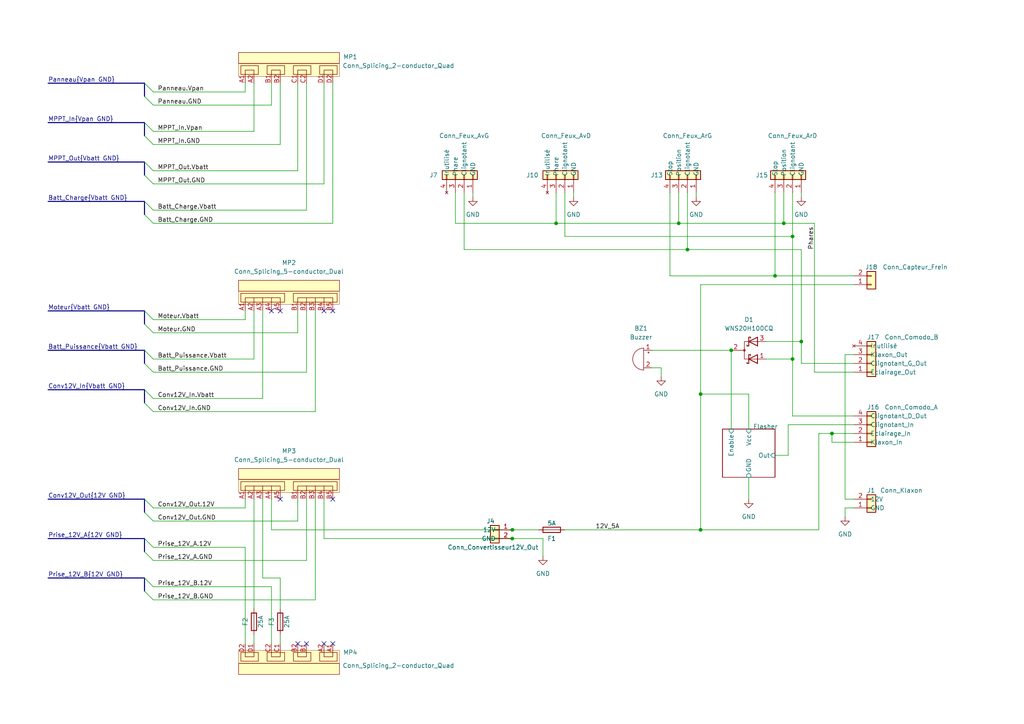
<source format=kicad_sch>
(kicad_sch (version 20211123) (generator eeschema)
  (paper "A4")
  (title_block (title "Boitier électrique vhéliotech") (date "2025-01-08") (company "Vélo solaire pour tous") (comment 1 "Licence CERN-OHL-S version 2"))
  (lib_symbols
    (symbol "Conn_Feux_Arriere_1" (pin_names (offset 1.016))
      (property "Reference" "J" (at 0 5.08 0))
      (property "Value" "Conn_Feux_Arriere_1" (at 0 -7.62 0))
      (symbol "Conn_Feux_Arriere_1_1_1"
        (rectangle (start -1.27 -4.953) (end 0 -5.207) (stroke (width 0.1524)))
        (rectangle (start -1.27 -2.413) (end 0 -2.667) (stroke (width 0.1524)))
        (rectangle (start -1.27 0.127) (end 0 -0.127) (stroke (width 0.1524)))
        (rectangle (start -1.27 2.667) (end 0 2.413) (stroke (width 0.1524)))
        (rectangle (start -1.27 3.81) (end 1.27 -6.35) (stroke (width 0.254)) (fill (type background)))
        (pin power_in line (at -5.08 2.54 0) (length 3.81) (name "GND") (number "1"))
        (pin passive line (at -5.08 0 0) (length 3.81) (name "Clignotant") (number "2"))
        (pin passive line (at -5.08 -2.54 0) (length 3.81) (name "Position") (number "3"))
        (pin passive line (at -5.08 -5.08 0) (length 3.81) (name "Stop") (number "4"))
      )
    )
    (symbol "Conn_Feux_Avant_1" (pin_names (offset 1.016))
      (property "Reference" "J" (at 0 5.08 0))
      (property "Value" "Conn_Feux_Avant_1" (at 0 -7.62 0))
      (symbol "Conn_Feux_Avant_1_1_1"
        (rectangle (start -1.27 -4.953) (end 0 -5.207) (stroke (width 0.1524)))
        (rectangle (start -1.27 -2.413) (end 0 -2.667) (stroke (width 0.1524)))
        (rectangle (start -1.27 0.127) (end 0 -0.127) (stroke (width 0.1524)))
        (rectangle (start -1.27 2.667) (end 0 2.413) (stroke (width 0.1524)))
        (rectangle (start -1.27 3.81) (end 1.27 -6.35) (stroke (width 0.254)) (fill (type background)))
        (pin power_in line (at -5.08 2.54 0) (length 3.81) (name "GND") (number "1"))
        (pin passive line (at -5.08 0 0) (length 3.81) (name "Clignotant") (number "2"))
        (pin passive line (at -5.08 -2.54 0) (length 3.81) (name "Phare") (number "3"))
        (pin no_connect line (at -5.08 -5.08 0) (length 3.81) (name "Inutilisé") (number "4"))
      )
    )
    (symbol "Connector_Generic:Conn_01x02" (pin_names (offset 1.016) hide)
      (property "Reference" "J" (at 0 2.54 0))
      (property "Value" "Conn_01x02" (at 0 -5.08 0))
      (symbol "Conn_01x02_1_1"
        (rectangle (start -1.27 -2.413) (end 0 -2.667) (stroke (width 0.1524)))
        (rectangle (start -1.27 0.127) (end 0 -0.127) (stroke (width 0.1524)))
        (rectangle (start -1.27 1.27) (end 1.27 -3.81) (stroke (width 0.254)) (fill (type background)))
        (pin passive line (at -5.08 0 0) (length 3.81) (name "Pin_1") (number "1"))
        (pin passive line (at -5.08 -2.54 0) (length 3.81) (name "Pin_2") (number "2"))
      )
    )
    (symbol "Device:Buzzer" (pin_names (offset 0.0254) hide)
      (property "Reference" "BZ" (at 3.81 1.27 0))
      (property "Value" "Buzzer" (at 3.81 -1.27 0))
      (symbol "Buzzer_0_1"
        (arc (start 0 -3.175) (mid 3.175 0) (end 0 3.175))
        (polyline (pts (xy -1.651 1.905) (xy -1.143 1.905)))
        (polyline (pts (xy -1.397 2.159) (xy -1.397 1.651)))
        (polyline (pts (xy 0 3.175) (xy 0 -3.175)))
      )
      (symbol "Buzzer_1_1"
        (pin passive line (at -2.54 2.54 0) (length 2.54) (name "-") (number "1"))
        (pin passive line (at -2.54 -2.54 0) (length 2.54) (name "+") (number "2"))
      )
    )
    (symbol "Device:D_Schottky_Dual_CommonCathode_AKA_Parallel" (pin_names (offset 0.762) hide)
      (property "Reference" "D" (at 0 5.08 0))
      (property "Value" "D_Schottky_Dual_CommonCathode_AKA_Parallel" (at 0 -5.08 0))
      (symbol "D_Schottky_Dual_CommonCathode_AKA_Parallel_0_1"
        (polyline (pts (xy 1.27 0) (xy 2.54 0)))
        (polyline (pts (xy -2.54 -2.54) (xy 1.27 -2.54) (xy 1.27 2.54) (xy -2.54 2.54)))
        (polyline (pts (xy -2.54 -1.27) (xy 0 -2.54) (xy -2.54 -3.81) (xy -2.54 -1.27) (xy -2.54 -1.27) (xy -2.54 -1.27)) (stroke (width 0.254)))
        (polyline (pts (xy -2.54 3.81) (xy 0 2.54) (xy -2.54 1.27) (xy -2.54 3.81) (xy -2.54 3.81) (xy -2.54 3.81)) (stroke (width 0.254)))
        (polyline (pts (xy 0.508 -1.524) (xy 0.508 -1.27) (xy 0 -1.27) (xy 0 -3.81) (xy -0.508 -3.81) (xy -0.508 -3.556)) (stroke (width 0.254)))
        (polyline (pts (xy 0.508 3.556) (xy 0.508 3.81) (xy 0 3.81) (xy 0 1.27) (xy -0.508 1.27) (xy -0.508 1.524)) (stroke (width 0.254)))
        (circle (center 1.27 0) (radius 0.254) (fill (type outline)))
        (pin passive line (at -5.08 2.54 0) (length 2.54) (name "K") (number "1"))
        (pin passive line (at 5.08 0 180) (length 2.54) (name "A") (number "2"))
        (pin passive line (at -5.08 -2.54 0) (length 2.54) (name "K") (number "3"))
      )
    )
    (symbol "circuit:Conn_Comodo_A" (pin_names (offset 1.016))
      (property "Reference" "J" (at 0 5.08 0))
      (property "Value" "Conn_Comodo_A" (at 0 -7.62 0))
      (symbol "Conn_Comodo_A_1_1"
        (rectangle (start -1.27 -4.953) (end 0 -5.207) (stroke (width 0.1524)))
        (rectangle (start -1.27 -2.413) (end 0 -2.667) (stroke (width 0.1524)))
        (rectangle (start -1.27 0.127) (end 0 -0.127) (stroke (width 0.1524)))
        (rectangle (start -1.27 2.667) (end 0 2.413) (stroke (width 0.1524)))
        (rectangle (start -1.27 3.81) (end 1.27 -6.35) (stroke (width 0.254)) (fill (type background)))
        (pin passive line (at -5.08 2.54 0) (length 3.81) (name "Klaxon_In") (number "1"))
        (pin passive line (at -5.08 0 0) (length 3.81) (name "Eclairage_In") (number "2"))
        (pin passive line (at -5.08 -2.54 0) (length 3.81) (name "Clignotant_In") (number "3"))
        (pin passive line (at -5.08 -5.08 0) (length 3.81) (name "Clignotant_D_Out") (number "4"))
      )
    )
    (symbol "circuit:Conn_Comodo_B" (pin_names (offset 1.016))
      (property "Reference" "J" (at 0 5.08 0))
      (property "Value" "Conn_Comodo_B" (at 0 -7.62 0))
      (symbol "Conn_Comodo_B_1_1"
        (rectangle (start -1.27 -4.953) (end 0 -5.207) (stroke (width 0.1524)))
        (rectangle (start -1.27 -2.413) (end 0 -2.667) (stroke (width 0.1524)))
        (rectangle (start -1.27 0.127) (end 0 -0.127) (stroke (width 0.1524)))
        (rectangle (start -1.27 2.667) (end 0 2.413) (stroke (width 0.1524)))
        (rectangle (start -1.27 3.81) (end 1.27 -6.35) (stroke (width 0.254)) (fill (type background)))
        (pin passive line (at -5.08 2.54 0) (length 3.81) (name "Eclairage_Out") (number "1"))
        (pin passive line (at -5.08 0 0) (length 3.81) (name "Clignotant_G_Out") (number "2"))
        (pin passive line (at -5.08 -2.54 0) (length 3.81) (name "Klaxon_Out") (number "3"))
        (pin no_connect line (at -5.08 -5.08 0) (length 3.81) (name "Inutilisé") (number "4"))
      )
    )
    (symbol "circuit:Conn_Convertisseur12V_Out" (pin_names (offset 1.016))
      (property "Reference" "J" (at 0 2.54 0))
      (property "Value" "Conn_Convertisseur12V_Out" (at 0 -5.08 0))
      (symbol "Conn_Convertisseur12V_Out_1_1"
        (rectangle (start -1.27 -2.413) (end 0 -2.667) (stroke (width 0.1524)))
        (rectangle (start -1.27 0.127) (end 0 -0.127) (stroke (width 0.1524)))
        (rectangle (start -1.27 1.27) (end 1.27 -3.81) (stroke (width 0.254)) (fill (type background)))
        (pin power_out line (at -5.08 0 0) (length 3.81) (name "12V") (number "1"))
        (pin power_out line (at -5.08 -2.54 0) (length 3.81) (name "GND") (number "2"))
      )
    )
    (symbol "circuit:Conn_Feux_Arriere" (pin_names (offset 1.016))
      (property "Reference" "J" (at 0 5.08 0))
      (property "Value" "Conn_Feux_Arriere" (at 0 -7.62 0))
      (symbol "Conn_Feux_Arriere_1_1"
        (rectangle (start -1.27 -4.953) (end 0 -5.207) (stroke (width 0.1524)))
        (rectangle (start -1.27 -2.413) (end 0 -2.667) (stroke (width 0.1524)))
        (rectangle (start -1.27 0.127) (end 0 -0.127) (stroke (width 0.1524)))
        (rectangle (start -1.27 2.667) (end 0 2.413) (stroke (width 0.1524)))
        (rectangle (start -1.27 3.81) (end 1.27 -6.35) (stroke (width 0.254)) (fill (type background)))
        (pin power_in line (at -5.08 2.54 0) (length 3.81) (name "GND") (number "1"))
        (pin passive line (at -5.08 0 0) (length 3.81) (name "Clignotant") (number "2"))
        (pin passive line (at -5.08 -2.54 0) (length 3.81) (name "Position") (number "3"))
        (pin passive line (at -5.08 -5.08 0) (length 3.81) (name "Stop") (number "4"))
      )
    )
    (symbol "circuit:Conn_Feux_Avant" (pin_names (offset 1.016))
      (property "Reference" "J" (at 0 5.08 0))
      (property "Value" "Conn_Feux_Avant" (at 0 -7.62 0))
      (symbol "Conn_Feux_Avant_1_1"
        (rectangle (start -1.27 -4.953) (end 0 -5.207) (stroke (width 0.1524)))
        (rectangle (start -1.27 -2.413) (end 0 -2.667) (stroke (width 0.1524)))
        (rectangle (start -1.27 0.127) (end 0 -0.127) (stroke (width 0.1524)))
        (rectangle (start -1.27 2.667) (end 0 2.413) (stroke (width 0.1524)))
        (rectangle (start -1.27 3.81) (end 1.27 -6.35) (stroke (width 0.254)) (fill (type background)))
        (pin power_in line (at -5.08 2.54 0) (length 3.81) (name "GND") (number "1"))
        (pin passive line (at -5.08 0 0) (length 3.81) (name "Clignotant") (number "2"))
        (pin passive line (at -5.08 -2.54 0) (length 3.81) (name "Phare") (number "3"))
        (pin no_connect line (at -5.08 -5.08 0) (length 3.81) (name "Inutilisé") (number "4"))
      )
    )
    (symbol "circuit:Conn_Klaxon" (pin_names (offset 1.016))
      (property "Reference" "J" (at 0 2.54 0))
      (property "Value" "Conn_Klaxon" (at 0 -5.08 0))
      (symbol "Conn_Klaxon_1_1"
        (rectangle (start -1.27 -2.413) (end 0 -2.667) (stroke (width 0.1524)))
        (rectangle (start -1.27 0.127) (end 0 -0.127) (stroke (width 0.1524)))
        (rectangle (start -1.27 1.27) (end 1.27 -3.81) (stroke (width 0.254)) (fill (type background)))
        (pin power_in line (at -5.08 0 0) (length 3.81) (name "GND") (number "1"))
        (pin passive line (at -5.08 -2.54 0) (length 3.81) (name "12V") (number "2"))
      )
    )
    (symbol "circuit:Conn_Splicing_2-conductor_Quad"
      (property "Reference" "MP" (at 0.635 11.43 0))
      (property "Value" "Conn_Splicing_2-conductor_Quad" (at 1.27 -21.59 0))
      (symbol "Conn_Splicing_2-conductor_Quad_0_1"
        (rectangle (start -3.175 9.525) (end 0.635 -19.685) (stroke (width 0.01)) (fill (type background)))
        (rectangle (start -2.54 -13.97) (end 0 -19.05))
        (rectangle (start -2.54 -6.35) (end 0 -11.43))
        (rectangle (start -2.54 1.27) (end 0 -3.81))
        (rectangle (start -2.54 8.89) (end 0 3.81))
        (polyline (pts (xy -2.54 -15.24) (xy -1.27 -15.24) (xy -1.27 -17.78) (xy -2.54 -17.78)))
        (polyline (pts (xy -2.54 -7.62) (xy -1.27 -7.62) (xy -1.27 -10.16) (xy -2.54 -10.16)))
        (polyline (pts (xy -2.54 0) (xy -1.27 0) (xy -1.27 -2.54) (xy -2.54 -2.54)))
        (polyline (pts (xy -2.54 7.62) (xy -1.27 7.62) (xy -1.27 5.08) (xy -2.54 5.08)))
        (rectangle (start 0.635 9.525) (end 3.81 -19.685) (fill (type background)))
      )
      (symbol "Conn_Splicing_2-conductor_Quad_1_1"
        (pin passive line (at -5.08 7.62 0) (length 2.54) (name "") (number "A1"))
        (pin passive line (at -5.08 5.08 0) (length 2.54) (name "") (number "A2"))
        (pin passive line (at -5.08 0 0) (length 2.54) (name "") (number "B1"))
        (pin passive line (at -5.08 -2.54 0) (length 2.54) (name "") (number "B2"))
        (pin passive line (at -5.08 -7.62 0) (length 2.54) (name "") (number "C1"))
        (pin passive line (at -5.08 -10.16 0) (length 2.54) (name "") (number "C2"))
        (pin passive line (at -5.08 -15.24 0) (length 2.54) (name "") (number "D1"))
        (pin passive line (at -5.08 -17.78 0) (length 2.54) (name "") (number "D2"))
      )
    )
    (symbol "circuit:Conn_Splicing_5-conductor_Dual"
      (property "Reference" "MP" (at 0.635 11.43 0))
      (property "Value" "Conn_Splicing_5-conductor_Dual" (at 1.27 -21.59 0))
      (symbol "Conn_Splicing_5-conductor_Dual_0_1"
        (rectangle (start -3.175 9.525) (end 0.635 -19.685) (stroke (width 0.01)) (fill (type background)))
        (rectangle (start -2.54 -6.35) (end 0 -19.05))
        (rectangle (start -2.54 8.89) (end 0 -3.81))
        (polyline (pts (xy -1.27 -15.24) (xy -2.54 -15.24)))
        (polyline (pts (xy -1.27 -12.7) (xy -2.54 -12.7)))
        (polyline (pts (xy -1.27 -10.16) (xy -2.54 -10.16)))
        (polyline (pts (xy -1.27 0) (xy -2.54 0)))
        (polyline (pts (xy -1.27 2.54) (xy -2.54 2.54)))
        (polyline (pts (xy -1.27 5.08) (xy -2.54 5.08)))
        (polyline (pts (xy -2.54 -7.62) (xy -1.27 -7.62) (xy -1.27 -17.78) (xy -2.54 -17.78)))
        (polyline (pts (xy -2.54 7.62) (xy -1.27 7.62) (xy -1.27 -2.54) (xy -2.54 -2.54)))
        (rectangle (start 0.635 9.525) (end 3.81 -19.685) (fill (type background)))
      )
      (symbol "Conn_Splicing_5-conductor_Dual_1_1"
        (pin passive line (at -5.08 7.62 0) (length 2.54) (name "") (number "A1"))
        (pin passive line (at -5.08 5.08 0) (length 2.54) (name "") (number "A2"))
        (pin passive line (at -5.08 2.54 0) (length 2.54) (name "") (number "A3"))
        (pin passive line (at -5.08 0 0) (length 2.54) (name "") (number "A4"))
        (pin passive line (at -5.08 -2.54 0) (length 2.54) (name "") (number "A5"))
        (pin passive line (at -5.08 -7.62 0) (length 2.54) (name "") (number "B1"))
        (pin passive line (at -5.08 -10.16 0) (length 2.54) (name "") (number "B2"))
        (pin passive line (at -5.08 -12.7 0) (length 2.54) (name "") (number "B3"))
        (pin passive line (at -5.08 -15.24 0) (length 2.54) (name "") (number "B4"))
        (pin passive line (at -5.08 -17.78 0) (length 2.54) (name "") (number "B5"))
      )
    )
    (symbol "circuit:Fuse" (pin_numbers hide) (pin_names (offset 0))
      (property "Reference" "F" (at 2.032 0 90))
      (property "Value" "Fuse" (at -1.905 0 90))
      (symbol "Fuse_0_1"
        (rectangle (start -0.762 -2.54) (end 0.762 2.54) (stroke (width 0.254)))
        (polyline (pts (xy 0 2.54) (xy 0 -2.54)))
      )
      (symbol "Fuse_1_1"
        (pin passive line (at 0 3.81 270) (length 1.27) (name "~") (number "1"))
        (pin passive line (at 0 -3.81 90) (length 1.27) (name "~") (number "2"))
      )
    )
    (symbol "power:GND" (power) (pin_names (offset 0))
      (property "Value" "GND" (at 0 -3.81 0))
      (symbol "GND_0_1"
        (polyline (pts (xy 0 0) (xy 0 -1.27) (xy 1.27 -1.27) (xy 0 -2.54) (xy -1.27 -1.27) (xy 0 -1.27)))
      )
      (symbol "GND_1_1"
        (pin power_in line (at 0 0 270) (length 0) hide (name "GND") (number "1"))
      )
    )
  )
  (junction (at 148.59 156.21))
  (junction (at 199.39 72.39))
  (junction (at 161.29 64.77))
  (junction (at 196.85 64.77))
  (junction (at 224.79 80.01))
  (junction (at 241.3 125.73))
  (junction (at 229.87 104.14))
  (junction (at 203.2 114.3))
  (junction (at 227.33 64.77))
  (junction (at 229.87 68.58))
  (junction (at 212.09 101.6))
  (junction (at 203.2 153.67))
  (junction (at 148.59 153.67))
  (junction (at 232.41 99.06))
  (no_connect (at 96.52 186.69))
  (no_connect (at 93.98 90.17))
  (no_connect (at 96.52 144.78))
  (no_connect (at 96.52 90.17))
  (no_connect (at 78.74 90.17))
  (no_connect (at 88.9 186.69))
  (no_connect (at 93.98 186.69))
  (no_connect (at 86.36 186.69))
  (no_connect (at 81.28 144.78))
  (no_connect (at 81.28 90.17))
  (bus_entry (at 41.91 35.56) (size 2.54 2.54))
  (bus_entry (at 41.91 105.41) (size 2.54 2.54))
  (bus_entry (at 41.91 144.78) (size 2.54 2.54))
  (bus_entry (at 41.91 58.42) (size 2.54 2.54))
  (bus_entry (at 41.91 116.84) (size 2.54 2.54))
  (bus_entry (at 41.91 62.23) (size 2.54 2.54))
  (bus_entry (at 41.91 24.13) (size 2.54 2.54))
  (bus_entry (at 41.91 50.8) (size 2.54 2.54))
  (bus_entry (at 41.91 167.64) (size 2.54 2.54))
  (bus_entry (at 41.91 46.99) (size 2.54 2.54))
  (bus_entry (at 41.91 156.21) (size 2.54 2.54))
  (bus_entry (at 41.91 93.98) (size 2.54 2.54))
  (bus_entry (at 41.91 113.03) (size 2.54 2.54))
  (bus_entry (at 41.91 171.45) (size 2.54 2.54))
  (bus_entry (at 41.91 90.17) (size 2.54 2.54))
  (bus_entry (at 41.91 148.59) (size 2.54 2.54))
  (bus_entry (at 41.91 27.94) (size 2.54 2.54))
  (bus_entry (at 41.91 160.02) (size 2.54 2.54))
  (bus_entry (at 41.91 101.6) (size 2.54 2.54))
  (bus_entry (at 41.91 39.37) (size 2.54 2.54))
  (wire (pts (xy 189.23 101.6) (xy 212.09 101.6)))
  (wire (pts (xy 217.17 138.43) (xy 217.17 144.78)))
  (wire (pts (xy 71.12 147.32) (xy 71.12 144.78)))
  (wire (pts (xy 247.65 147.32) (xy 245.11 147.32)))
  (bus (pts (xy 41.91 35.56) (xy 41.91 39.37)))
  (wire (pts (xy 88.9 162.56) (xy 88.9 144.78)))
  (wire (pts (xy 228.6 123.19) (xy 228.6 132.08)))
  (wire (pts (xy 222.25 99.06) (xy 232.41 99.06)))
  (wire (pts (xy 161.29 64.77) (xy 132.08 64.77)))
  (bus (pts (xy 13.97 24.13) (xy 41.91 24.13)))
  (wire (pts (xy 44.45 162.56) (xy 88.9 162.56)))
  (bus (pts (xy 41.91 144.78) (xy 41.91 148.59)))
  (wire (pts (xy 44.45 158.75) (xy 71.12 158.75)))
  (wire (pts (xy 227.33 55.88) (xy 227.33 64.77)))
  (wire (pts (xy 44.45 170.18) (xy 78.74 170.18)))
  (wire (pts (xy 199.39 55.88) (xy 199.39 72.39)))
  (wire (pts (xy 88.9 60.96) (xy 88.9 24.13)))
  (wire (pts (xy 229.87 68.58) (xy 163.83 68.58)))
  (wire (pts (xy 44.45 147.32) (xy 71.12 147.32)))
  (wire (pts (xy 73.66 144.78) (xy 73.66 176.53)))
  (wire (pts (xy 237.49 153.67) (xy 237.49 125.73)))
  (wire (pts (xy 81.28 167.64) (xy 81.28 176.53)))
  (wire (pts (xy 44.45 30.48) (xy 78.74 30.48)))
  (wire (pts (xy 137.16 55.88) (xy 137.16 57.15)))
  (wire (pts (xy 161.29 55.88) (xy 161.29 64.77)))
  (wire (pts (xy 241.3 128.27) (xy 241.3 125.73)))
  (wire (pts (xy 44.45 26.67) (xy 71.12 26.67)))
  (wire (pts (xy 71.12 92.71) (xy 71.12 90.17)))
  (wire (pts (xy 245.11 144.78) (xy 247.65 144.78)))
  (wire (pts (xy 86.36 96.52) (xy 86.36 90.17)))
  (wire (pts (xy 247.65 120.65) (xy 229.87 120.65)))
  (wire (pts (xy 91.44 173.99) (xy 91.44 144.78)))
  (bus (pts (xy 13.97 144.78) (xy 41.91 144.78)))
  (wire (pts (xy 78.74 186.69) (xy 78.74 170.18)))
  (bus (pts (xy 13.97 156.21) (xy 41.91 156.21)))
  (wire (pts (xy 203.2 114.3) (xy 217.17 114.3)))
  (bus (pts (xy 13.97 58.42) (xy 41.91 58.42)))
  (bus (pts (xy 13.97 35.56) (xy 41.91 35.56)))
  (wire (pts (xy 245.11 102.87) (xy 245.11 144.78)))
  (wire (pts (xy 73.66 184.15) (xy 73.66 186.69)))
  (wire (pts (xy 203.2 114.3) (xy 203.2 153.67)))
  (wire (pts (xy 224.79 80.01) (xy 224.79 55.88)))
  (wire (pts (xy 148.59 156.21) (xy 157.48 156.21)))
  (wire (pts (xy 163.83 153.67) (xy 203.2 153.67)))
  (wire (pts (xy 191.77 109.22) (xy 191.77 106.68)))
  (wire (pts (xy 201.93 55.88) (xy 201.93 57.15)))
  (wire (pts (xy 236.22 64.77) (xy 236.22 107.95)))
  (wire (pts (xy 81.28 184.15) (xy 81.28 186.69)))
  (wire (pts (xy 78.74 30.48) (xy 78.74 24.13)))
  (wire (pts (xy 78.74 153.67) (xy 78.74 144.78)))
  (wire (pts (xy 44.45 53.34) (xy 93.98 53.34)))
  (wire (pts (xy 194.31 80.01) (xy 194.31 55.88)))
  (wire (pts (xy 229.87 104.14) (xy 229.87 120.65)))
  (wire (pts (xy 228.6 123.19) (xy 247.65 123.19)))
  (wire (pts (xy 134.62 72.39) (xy 134.62 55.88)))
  (wire (pts (xy 245.11 102.87) (xy 247.65 102.87)))
  (wire (pts (xy 222.25 104.14) (xy 229.87 104.14)))
  (bus (pts (xy 13.97 113.03) (xy 41.91 113.03)))
  (bus (pts (xy 41.91 101.6) (xy 41.91 105.41)))
  (bus (pts (xy 41.91 46.99) (xy 41.91 50.8)))
  (wire (pts (xy 88.9 107.95) (xy 88.9 90.17)))
  (wire (pts (xy 212.09 101.6) (xy 212.09 124.46)))
  (bus (pts (xy 41.91 24.13) (xy 41.91 27.94)))
  (wire (pts (xy 86.36 151.13) (xy 86.36 144.78)))
  (wire (pts (xy 44.45 107.95) (xy 88.9 107.95)))
  (wire (pts (xy 76.2 144.78) (xy 76.2 167.64)))
  (wire (pts (xy 232.41 99.06) (xy 232.41 105.41)))
  (wire (pts (xy 203.2 82.55) (xy 247.65 82.55)))
  (wire (pts (xy 86.36 49.53) (xy 86.36 24.13)))
  (wire (pts (xy 148.59 153.67) (xy 78.74 153.67)))
  (wire (pts (xy 44.45 41.91) (xy 81.28 41.91)))
  (wire (pts (xy 237.49 125.73) (xy 241.3 125.73)))
  (wire (pts (xy 76.2 115.57) (xy 76.2 90.17)))
  (wire (pts (xy 161.29 64.77) (xy 196.85 64.77)))
  (wire (pts (xy 196.85 55.88) (xy 196.85 64.77)))
  (wire (pts (xy 93.98 156.21) (xy 93.98 144.78)))
  (wire (pts (xy 81.28 41.91) (xy 81.28 24.13)))
  (wire (pts (xy 203.2 82.55) (xy 203.2 114.3)))
  (bus (pts (xy 41.91 167.64) (xy 41.91 171.45)))
  (wire (pts (xy 44.45 119.38) (xy 91.44 119.38)))
  (wire (pts (xy 73.66 104.14) (xy 73.66 90.17)))
  (wire (pts (xy 44.45 64.77) (xy 96.52 64.77)))
  (wire (pts (xy 241.3 125.73) (xy 247.65 125.73)))
  (wire (pts (xy 44.45 151.13) (xy 86.36 151.13)))
  (wire (pts (xy 199.39 72.39) (xy 134.62 72.39)))
  (wire (pts (xy 247.65 128.27) (xy 241.3 128.27)))
  (wire (pts (xy 44.45 49.53) (xy 86.36 49.53)))
  (wire (pts (xy 91.44 119.38) (xy 91.44 90.17)))
  (wire (pts (xy 44.45 115.57) (xy 76.2 115.57)))
  (wire (pts (xy 157.48 156.21) (xy 157.48 161.29)))
  (wire (pts (xy 232.41 72.39) (xy 232.41 99.06)))
  (wire (pts (xy 245.11 147.32) (xy 245.11 149.86)))
  (wire (pts (xy 73.66 38.1) (xy 73.66 24.13)))
  (wire (pts (xy 203.2 153.67) (xy 237.49 153.67)))
  (wire (pts (xy 224.79 80.01) (xy 194.31 80.01)))
  (wire (pts (xy 163.83 68.58) (xy 163.83 55.88)))
  (wire (pts (xy 44.45 92.71) (xy 71.12 92.71)))
  (wire (pts (xy 71.12 26.67) (xy 71.12 24.13)))
  (wire (pts (xy 224.79 80.01) (xy 247.65 80.01)))
  (bus (pts (xy 13.97 167.64) (xy 41.91 167.64)))
  (wire (pts (xy 236.22 107.95) (xy 247.65 107.95)))
  (wire (pts (xy 44.45 60.96) (xy 88.9 60.96)))
  (wire (pts (xy 44.45 96.52) (xy 86.36 96.52)))
  (bus (pts (xy 41.91 90.17) (xy 41.91 93.98)))
  (wire (pts (xy 229.87 68.58) (xy 229.87 104.14)))
  (wire (pts (xy 44.45 173.99) (xy 91.44 173.99)))
  (wire (pts (xy 96.52 64.77) (xy 96.52 24.13)))
  (bus (pts (xy 13.97 46.99) (xy 41.91 46.99)))
  (bus (pts (xy 13.97 101.6) (xy 41.91 101.6)))
  (wire (pts (xy 199.39 72.39) (xy 232.41 72.39)))
  (bus (pts (xy 41.91 58.42) (xy 41.91 62.23)))
  (wire (pts (xy 229.87 55.88) (xy 229.87 68.58)))
  (wire (pts (xy 166.37 55.88) (xy 166.37 57.15)))
  (wire (pts (xy 44.45 104.14) (xy 73.66 104.14)))
  (bus (pts (xy 41.91 156.21) (xy 41.91 160.02)))
  (wire (pts (xy 224.79 132.08) (xy 228.6 132.08)))
  (bus (pts (xy 13.97 90.17) (xy 41.91 90.17)))
  (wire (pts (xy 191.77 106.68) (xy 189.23 106.68)))
  (wire (pts (xy 232.41 105.41) (xy 247.65 105.41)))
  (wire (pts (xy 232.41 55.88) (xy 232.41 57.15)))
  (wire (pts (xy 44.45 38.1) (xy 73.66 38.1)))
  (wire (pts (xy 217.17 114.3) (xy 217.17 124.46)))
  (wire (pts (xy 196.85 64.77) (xy 227.33 64.77)))
  (wire (pts (xy 76.2 167.64) (xy 81.28 167.64)))
  (wire (pts (xy 148.59 156.21) (xy 93.98 156.21)))
  (wire (pts (xy 227.33 64.77) (xy 236.22 64.77)))
  (bus (pts (xy 41.91 113.03) (xy 41.91 116.84)))
  (wire (pts (xy 71.12 186.69) (xy 71.12 158.75)))
  (wire (pts (xy 148.59 153.67) (xy 156.21 153.67)))
  (wire (pts (xy 132.08 64.77) (xy 132.08 55.88)))
  (wire (pts (xy 93.98 53.34) (xy 93.98 24.13)))
  (label "Panneau.Vpan" (at 45.72 26.67 0))
  (label "Panneau.GND" (at 45.72 30.48 0))
  (label "Conv12V_In.Vbatt" (at 45.72 115.57 0))
  (label "Batt_Charge{Vbatt GND}" (at 13.97 58.42 0))
  (label "MPPT_Out{Vbatt GND}" (at 13.97 46.99 0))
  (label "Moteur.GND" (at 45.72 96.52 0))
  (label "Batt_Puissance.Vbatt" (at 45.72 104.14 0))
  (label "Panneau{Vpan GND}" (at 13.97 24.13 0))
  (label "Moteur.Vbatt" (at 45.72 92.71 0))
  (label "Phares" (at 236.22 72.39 90))
  (label "Conv12V_Out.GND" (at 45.72 151.13 0))
  (label "Batt_Charge.GND" (at 45.72 64.77 0))
  (label "Conv12V_Out{12V GND}" (at 13.97 144.78 0))
  (label "MPPT_In{Vpan GND}" (at 13.97 35.56 0))
  (label "Batt_Charge.Vbatt" (at 45.72 60.96 0))
  (label "Prise_12V_B{12V GND}" (at 13.97 167.64 0))
  (label "Conv12V_In{Vbatt GND}" (at 13.97 113.03 0))
  (label "Prise_12V_A.GND" (at 45.72 162.56 0))
  (label "MPPT_In.GND" (at 45.72 41.91 0))
  (label "12V_5A" (at 172.72 153.67 0))
  (label "Batt_Puissance.GND" (at 45.72 107.95 0))
  (label "Conv12V_In.GND" (at 45.72 119.38 0))
  (label "Batt_Puissance{Vbatt GND}" (at 13.97 101.6 0))
  (label "Prise_12V_A.12V" (at 45.72 158.75 0))
  (label "Moteur{Vbatt GND}" (at 13.97 90.17 0))
  (label "Prise_12V_A{12V GND}" (at 13.97 156.21 0))
  (label "Prise_12V_B.12V" (at 45.72 170.18 0))
  (label "MPPT_Out.GND" (at 45.72 53.34 0))
  (label "MPPT_Out.Vbatt" (at 45.72 49.53 0))
  (label "MPPT_In.Vpan" (at 45.72 38.1 0))
  (label "Conv12V_Out.12V" (at 45.72 147.32 0))
  (label "Prise_12V_B.GND" (at 45.72 173.99 0))
  (symbol (lib_id "power:GND") (at 245.11 149.86 0) (unit 1)
    (property "Reference" "#PWR0102" (effects hide))
    (property "Value" "GND" (at 245.11 154.94 0))
  )
  (symbol (lib_id "power:GND") (at 157.48 161.29 0) (unit 1)
    (property "Reference" "#PWR0107" (effects hide))
    (property "Value" "GND" (at 157.48 166.37 0))
  )
  (symbol (lib_id "circuit:Conn_Feux_Avant") (at 163.83 50.8 270) (mirror x) (unit 1)
    (property "Reference" "J10" (at 156.21 50.8 90) (effects (justify right)))
    (property "Value" "Conn_Feux_AvD" (at 171.45 39.37 90) (effects (justify right)))
    (property "Footprint" "circuit:TerminalBlock_Wago_2601-3104_1x04_P3.50mm_Vertical" (effects hide))
  )
  (symbol (lib_id "circuit:Fuse") (at 73.66 180.34 180) (unit 1) (on_board no)
    (property "Reference" "F2" (at 71.12 180.34 90))
    (property "Value" "25A" (at 75.565 180.34 90))
    (property "Footprint" "circuit:Littelfuse_FuseHolder_FL1_178.6764.0001" (effects hide))
  )
  (symbol (lib_id "circuit:Conn_Klaxon") (at 252.73 147.32 0) (mirror x) (unit 1)
    (property "Reference" "J1" (at 251.46 142.24 0) (effects (justify left)))
    (property "Value" "Conn_Klaxon" (at 255.27 142.24 0) (effects (justify left)))
    (property "Footprint" "circuit:TerminalBlock_Wago_2601-3102_1x02_P3.50mm_Vertical" (effects hide))
  )
  (symbol (lib_id "power:GND") (at 232.41 57.15 0) (unit 1)
    (property "Reference" "#PWR0103" (effects hide))
    (property "Value" "GND" (at 232.41 62.23 0))
  )
  (symbol (lib_id "circuit:Conn_Splicing_5-conductor_Dual") (at 78.74 85.09 90) (unit 1)
    (property "Reference" "MP2" (at 83.82 76.2 90))
    (property "Value" "Conn_Splicing_5-conductor_Dual" (at 83.82 78.74 90))
    (property "Footprint" "circuit:Wago_221-500_SplicingConnectorHolder" (effects hide))
  )
  (symbol (lib_name "Conn_Feux_Arriere_1") (lib_id "circuit:Conn_Feux_Arriere") (at 199.39 50.8 270) (mirror x) (unit 1)
    (property "Reference" "J13" (at 190.5 50.8 90))
    (property "Value" "Conn_Feux_ArG" (at 199.39 39.37 90))
    (property "Footprint" "circuit:TerminalBlock_Wago_2601-3104_1x04_P3.50mm_Vertical" (effects hide))
  )
  (symbol (lib_id "Device:Buzzer") (at 186.69 104.14 0) (mirror y) (unit 1)
    (property "Reference" "BZ1" (at 185.928 95.25 0))
    (property "Value" "Buzzer" (at 185.928 97.79 0))
    (property "Footprint" "circuit:Buzzer_25x16_12.5" (effects hide))
  )
  (symbol (lib_id "circuit:Conn_Convertisseur12V_Out") (at 143.51 153.67 0) (mirror y) (unit 1)
    (property "Reference" "J4" (at 143.51 151.13 0) (effects (justify left)))
    (property "Value" "Conn_Convertisseur12V_Out" (at 156.21 158.75 0) (effects (justify left)))
    (property "Footprint" "circuit:TerminalBlock_Wago_2601-3102_1x02_P3.50mm_Vertical" (effects hide))
  )
  (symbol (lib_id "circuit:Conn_Splicing_2-conductor_Quad") (at 78.74 19.05 90) (unit 1)
    (property "Reference" "MP1" (at 101.6 16.51 90))
    (property "Value" "Conn_Splicing_2-conductor_Quad" (at 115.57 19.05 90))
    (property "Footprint" "circuit:Wago_221-500_SplicingConnectorHolder" (effects hide))
  )
  (symbol (lib_id "circuit:Conn_Comodo_A") (at 252.73 125.73 0) (mirror x) (unit 1)
    (property "Reference" "J16" (at 251.46 118.11 0) (effects (justify left)))
    (property "Value" "Conn_Comodo_A" (at 256.54 118.11 0) (effects (justify left)))
    (property "Footprint" "circuit:TerminalBlock_Wago_2601-3104_1x04_P3.50mm_Vertical" (effects hide))
  )
  (symbol (lib_id "circuit:Conn_Splicing_5-conductor_Dual") (at 78.74 139.7 90) (unit 1)
    (property "Reference" "MP3" (at 83.82 130.81 90))
    (property "Value" "Conn_Splicing_5-conductor_Dual" (at 83.82 133.35 90))
    (property "Footprint" "circuit:Wago_221-500_SplicingConnectorHolder" (effects hide))
  )
  (symbol (lib_id "power:GND") (at 191.77 109.22 0) (unit 1)
    (property "Reference" "#PWR01" (effects hide))
    (property "Value" "GND" (at 191.77 114.3 0))
  )
  (symbol (lib_id "circuit:Conn_Comodo_B") (at 252.73 105.41 0) (mirror x) (unit 1)
    (property "Reference" "J17" (at 251.46 97.79 0) (effects (justify left)))
    (property "Value" "Conn_Comodo_B" (at 256.54 97.79 0) (effects (justify left)))
    (property "Footprint" "circuit:TerminalBlock_Wago_2601-3104_1x04_P3.50mm_Vertical" (effects hide))
  )
  (symbol (lib_id "circuit:Fuse") (at 160.02 153.67 270) (unit 1)
    (property "Reference" "F1" (at 160.02 156.21 90))
    (property "Value" "5A" (at 160.02 151.765 90))
    (property "Footprint" "circuit:Multicomp_MCCQ-122" (effects hide))
  )
  (symbol (lib_id "circuit:Fuse") (at 81.28 180.34 180) (unit 1) (on_board no)
    (property "Reference" "F3" (at 78.74 180.34 90))
    (property "Value" "25A" (at 83.185 180.34 90))
    (property "Footprint" "circuit:Littelfuse_FuseHolder_FL1_178.6764.0001" (effects hide))
  )
  (symbol (lib_id "power:GND") (at 201.93 57.15 0) (unit 1)
    (property "Reference" "#PWR0104" (effects hide))
    (property "Value" "GND" (at 201.93 62.23 0))
  )
  (symbol (lib_id "circuit:Conn_Feux_Arriere") (at 229.87 50.8 270) (mirror x) (unit 1)
    (property "Reference" "J15" (at 220.98 50.8 90))
    (property "Value" "Conn_Feux_ArD" (at 229.87 39.37 90))
    (property "Footprint" "circuit:TerminalBlock_Wago_2601-3104_1x04_P3.50mm_Vertical" (effects hide))
  )
  (symbol (lib_name "Conn_Feux_Avant_1") (lib_id "circuit:Conn_Feux_Avant") (at 134.62 50.8 270) (mirror x) (unit 1)
    (property "Reference" "J7" (at 125.73 50.8 90))
    (property "Value" "Conn_Feux_AvG" (at 134.62 39.37 90))
    (property "Footprint" "circuit:TerminalBlock_Wago_2601-3104_1x04_P3.50mm_Vertical" (effects hide))
  )
  (symbol (lib_id "power:GND") (at 166.37 57.15 0) (unit 1)
    (property "Reference" "#PWR0105" (effects hide))
    (property "Value" "GND" (at 166.37 62.23 0))
  )
  (symbol (lib_id "Device:D_Schottky_Dual_CommonCathode_AKA_Parallel") (at 217.17 101.6 180) (unit 1)
    (property "Reference" "D1" (at 217.2335 92.71 0))
    (property "Value" "WNS20H100CQ" (at 217.2335 95.25 0))
    (property "Footprint" "circuit:TO-220-3_Vertical" (effects hide))
  )
  (symbol (lib_id "Connector_Generic:Conn_01x02") (at 252.73 82.55 0) (mirror x) (unit 1)
    (property "Reference" "J18" (at 252.73 77.47 0))
    (property "Value" "Conn_Capteur_Frein" (at 265.43 77.47 0))
    (property "Footprint" "circuit:TerminalBlock_Wago_2601-3102_1x02_P3.50mm_Vertical" (effects hide))
  )
  (symbol (lib_id "power:GND") (at 137.16 57.15 0) (unit 1)
    (property "Reference" "#PWR0106" (effects hide))
    (property "Value" "GND" (at 137.16 62.23 0))
  )
  (symbol (lib_id "circuit:Conn_Splicing_2-conductor_Quad") (at 88.9 191.77 270) (unit 1)
    (property "Reference" "MP4" (at 101.6 189.23 90))
    (property "Value" "Conn_Splicing_2-conductor_Quad" (at 115.57 193.04 90))
    (property "Footprint" "circuit:Wago_221-500_SplicingConnectorHolder" (effects hide))
  )
  (symbol (lib_id "power:GND") (at 217.17 144.78 0) (unit 1)
    (property "Reference" "#PWR0101" (effects hide))
    (property "Value" "GND" (at 217.17 149.86 0))
  )
  (sheet (at 209.55 124.46) (size 15.24 13.97) (stroke (width 0.1524))
    (property "Sheet name" "Flasher" (at 218.44 124.46 0) (effects (justify left bottom)))
    (property "Sheet file" "flasher.kicad_sch" (effects hide))
    (pin "Vcc" input (at 217.17 124.46 90))
    (pin "GND" input (at 217.17 138.43 270))
    (pin "Out" input (at 224.79 132.08 0))
    (pin "Enable" input (at 212.09 124.46 90))
  )
)
</source>
